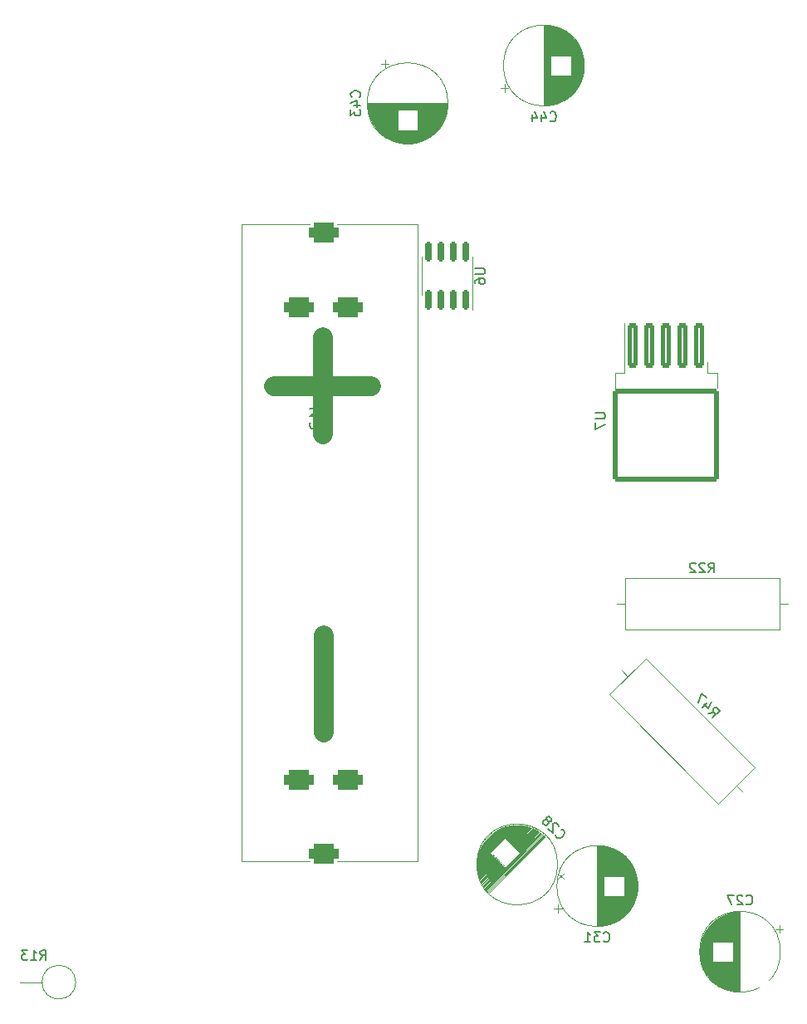
<source format=gbr>
%TF.GenerationSoftware,KiCad,Pcbnew,7.0.8*%
%TF.CreationDate,2023-10-31T22:16:14+02:00*%
%TF.ProjectId,Small_load_V1,536d616c-6c5f-46c6-9f61-645f56312e6b,rev?*%
%TF.SameCoordinates,Original*%
%TF.FileFunction,Legend,Bot*%
%TF.FilePolarity,Positive*%
%FSLAX46Y46*%
G04 Gerber Fmt 4.6, Leading zero omitted, Abs format (unit mm)*
G04 Created by KiCad (PCBNEW 7.0.8) date 2023-10-31 22:16:14*
%MOMM*%
%LPD*%
G01*
G04 APERTURE LIST*
G04 Aperture macros list*
%AMRoundRect*
0 Rectangle with rounded corners*
0 $1 Rounding radius*
0 $2 $3 $4 $5 $6 $7 $8 $9 X,Y pos of 4 corners*
0 Add a 4 corners polygon primitive as box body*
4,1,4,$2,$3,$4,$5,$6,$7,$8,$9,$2,$3,0*
0 Add four circle primitives for the rounded corners*
1,1,$1+$1,$2,$3*
1,1,$1+$1,$4,$5*
1,1,$1+$1,$6,$7*
1,1,$1+$1,$8,$9*
0 Add four rect primitives between the rounded corners*
20,1,$1+$1,$2,$3,$4,$5,0*
20,1,$1+$1,$4,$5,$6,$7,0*
20,1,$1+$1,$6,$7,$8,$9,0*
20,1,$1+$1,$8,$9,$2,$3,0*%
%AMHorizOval*
0 Thick line with rounded ends*
0 $1 width*
0 $2 $3 position (X,Y) of the first rounded end (center of the circle)*
0 $4 $5 position (X,Y) of the second rounded end (center of the circle)*
0 Add line between two ends*
20,1,$1,$2,$3,$4,$5,0*
0 Add two circle primitives to create the rounded ends*
1,1,$1,$2,$3*
1,1,$1,$4,$5*%
%AMRotRect*
0 Rectangle, with rotation*
0 The origin of the aperture is its center*
0 $1 length*
0 $2 width*
0 $3 Rotation angle, in degrees counterclockwise*
0 Add horizontal line*
21,1,$1,$2,0,0,$3*%
G04 Aperture macros list end*
%ADD10C,0.150000*%
%ADD11C,2.000000*%
%ADD12C,0.120000*%
%ADD13R,4.400000X1.800000*%
%ADD14O,4.000000X1.800000*%
%ADD15O,1.800000X4.000000*%
%ADD16R,1.524000X1.524000*%
%ADD17C,1.524000*%
%ADD18C,3.500000*%
%ADD19R,1.700000X1.700000*%
%ADD20O,1.700000X1.700000*%
%ADD21C,3.600000*%
%ADD22C,6.400000*%
%ADD23R,1.980000X3.960000*%
%ADD24O,1.980000X3.960000*%
%ADD25C,2.000000*%
%ADD26C,4.920000*%
%ADD27C,2.200000*%
%ADD28R,2.000000X1.905000*%
%ADD29O,2.000000X1.905000*%
%ADD30C,5.000000*%
%ADD31R,4.500000X2.500000*%
%ADD32O,4.500000X2.500000*%
%ADD33R,1.905000X2.000000*%
%ADD34O,1.905000X2.000000*%
%ADD35R,3.500000X3.000000*%
%ADD36C,0.600000*%
%ADD37O,1.900000X0.800000*%
%ADD38RoundRect,0.150000X0.150000X-0.825000X0.150000X0.825000X-0.150000X0.825000X-0.150000X-0.825000X0*%
%ADD39RoundRect,0.500000X1.000000X0.500000X-1.000000X0.500000X-1.000000X-0.500000X1.000000X-0.500000X0*%
%ADD40RoundRect,0.500000X-1.000000X-0.500000X1.000000X-0.500000X1.000000X0.500000X-1.000000X0.500000X0*%
%ADD41C,2.400000*%
%ADD42HorizOval,2.400000X0.000000X0.000000X0.000000X0.000000X0*%
%ADD43C,1.600000*%
%ADD44O,1.600000X1.600000*%
%ADD45RoundRect,0.250000X-0.300000X2.050000X-0.300000X-2.050000X0.300000X-2.050000X0.300000X2.050000X0*%
%ADD46RoundRect,0.250002X-5.149998X4.449998X-5.149998X-4.449998X5.149998X-4.449998X5.149998X4.449998X0*%
%ADD47RotRect,1.600000X1.600000X135.000000*%
%ADD48O,2.400000X2.400000*%
%ADD49R,1.600000X1.600000*%
G04 APERTURE END LIST*
D10*
X98954819Y-87238095D02*
X99764342Y-87238095D01*
X99764342Y-87238095D02*
X99859580Y-87285714D01*
X99859580Y-87285714D02*
X99907200Y-87333333D01*
X99907200Y-87333333D02*
X99954819Y-87428571D01*
X99954819Y-87428571D02*
X99954819Y-87619047D01*
X99954819Y-87619047D02*
X99907200Y-87714285D01*
X99907200Y-87714285D02*
X99859580Y-87761904D01*
X99859580Y-87761904D02*
X99764342Y-87809523D01*
X99764342Y-87809523D02*
X98954819Y-87809523D01*
X98954819Y-88714285D02*
X98954819Y-88523809D01*
X98954819Y-88523809D02*
X99002438Y-88428571D01*
X99002438Y-88428571D02*
X99050057Y-88380952D01*
X99050057Y-88380952D02*
X99192914Y-88285714D01*
X99192914Y-88285714D02*
X99383390Y-88238095D01*
X99383390Y-88238095D02*
X99764342Y-88238095D01*
X99764342Y-88238095D02*
X99859580Y-88285714D01*
X99859580Y-88285714D02*
X99907200Y-88333333D01*
X99907200Y-88333333D02*
X99954819Y-88428571D01*
X99954819Y-88428571D02*
X99954819Y-88619047D01*
X99954819Y-88619047D02*
X99907200Y-88714285D01*
X99907200Y-88714285D02*
X99859580Y-88761904D01*
X99859580Y-88761904D02*
X99764342Y-88809523D01*
X99764342Y-88809523D02*
X99526247Y-88809523D01*
X99526247Y-88809523D02*
X99431009Y-88761904D01*
X99431009Y-88761904D02*
X99383390Y-88714285D01*
X99383390Y-88714285D02*
X99335771Y-88619047D01*
X99335771Y-88619047D02*
X99335771Y-88428571D01*
X99335771Y-88428571D02*
X99383390Y-88333333D01*
X99383390Y-88333333D02*
X99431009Y-88285714D01*
X99431009Y-88285714D02*
X99526247Y-88238095D01*
X82073819Y-101566476D02*
X82788104Y-101566476D01*
X82788104Y-101566476D02*
X82930961Y-101518857D01*
X82930961Y-101518857D02*
X83026200Y-101423619D01*
X83026200Y-101423619D02*
X83073819Y-101280762D01*
X83073819Y-101280762D02*
X83073819Y-101185524D01*
X83073819Y-102566476D02*
X83073819Y-101995048D01*
X83073819Y-102280762D02*
X82073819Y-102280762D01*
X82073819Y-102280762D02*
X82216676Y-102185524D01*
X82216676Y-102185524D02*
X82311914Y-102090286D01*
X82311914Y-102090286D02*
X82359533Y-101995048D01*
X82169057Y-102947429D02*
X82121438Y-102995048D01*
X82121438Y-102995048D02*
X82073819Y-103090286D01*
X82073819Y-103090286D02*
X82073819Y-103328381D01*
X82073819Y-103328381D02*
X82121438Y-103423619D01*
X82121438Y-103423619D02*
X82169057Y-103471238D01*
X82169057Y-103471238D02*
X82264295Y-103518857D01*
X82264295Y-103518857D02*
X82359533Y-103518857D01*
X82359533Y-103518857D02*
X82502390Y-103471238D01*
X82502390Y-103471238D02*
X83073819Y-102899810D01*
X83073819Y-102899810D02*
X83073819Y-103518857D01*
D11*
X83528666Y-124601619D02*
X83528666Y-134506381D01*
X83401666Y-94248619D02*
X83401666Y-104153381D01*
X88354047Y-99201000D02*
X78449285Y-99201000D01*
D10*
X122742690Y-132616448D02*
X123315109Y-132515433D01*
X123146751Y-133020509D02*
X123853857Y-132313402D01*
X123853857Y-132313402D02*
X123584483Y-132044028D01*
X123584483Y-132044028D02*
X123483468Y-132010356D01*
X123483468Y-132010356D02*
X123416125Y-132010356D01*
X123416125Y-132010356D02*
X123315109Y-132044028D01*
X123315109Y-132044028D02*
X123214094Y-132145043D01*
X123214094Y-132145043D02*
X123180422Y-132246059D01*
X123180422Y-132246059D02*
X123180422Y-132313402D01*
X123180422Y-132313402D02*
X123214094Y-132414417D01*
X123214094Y-132414417D02*
X123483468Y-132683791D01*
X122608003Y-131538952D02*
X122136598Y-132010356D01*
X123045735Y-131437937D02*
X122709018Y-132111372D01*
X122709018Y-132111372D02*
X122271285Y-131673639D01*
X122540659Y-131000204D02*
X122069254Y-130528799D01*
X122069254Y-130528799D02*
X121665193Y-131538952D01*
X54592857Y-157734819D02*
X54926190Y-157258628D01*
X55164285Y-157734819D02*
X55164285Y-156734819D01*
X55164285Y-156734819D02*
X54783333Y-156734819D01*
X54783333Y-156734819D02*
X54688095Y-156782438D01*
X54688095Y-156782438D02*
X54640476Y-156830057D01*
X54640476Y-156830057D02*
X54592857Y-156925295D01*
X54592857Y-156925295D02*
X54592857Y-157068152D01*
X54592857Y-157068152D02*
X54640476Y-157163390D01*
X54640476Y-157163390D02*
X54688095Y-157211009D01*
X54688095Y-157211009D02*
X54783333Y-157258628D01*
X54783333Y-157258628D02*
X55164285Y-157258628D01*
X53640476Y-157734819D02*
X54211904Y-157734819D01*
X53926190Y-157734819D02*
X53926190Y-156734819D01*
X53926190Y-156734819D02*
X54021428Y-156877676D01*
X54021428Y-156877676D02*
X54116666Y-156972914D01*
X54116666Y-156972914D02*
X54211904Y-157020533D01*
X53307142Y-156734819D02*
X52688095Y-156734819D01*
X52688095Y-156734819D02*
X53021428Y-157115771D01*
X53021428Y-157115771D02*
X52878571Y-157115771D01*
X52878571Y-157115771D02*
X52783333Y-157163390D01*
X52783333Y-157163390D02*
X52735714Y-157211009D01*
X52735714Y-157211009D02*
X52688095Y-157306247D01*
X52688095Y-157306247D02*
X52688095Y-157544342D01*
X52688095Y-157544342D02*
X52735714Y-157639580D01*
X52735714Y-157639580D02*
X52783333Y-157687200D01*
X52783333Y-157687200D02*
X52878571Y-157734819D01*
X52878571Y-157734819D02*
X53164285Y-157734819D01*
X53164285Y-157734819D02*
X53259523Y-157687200D01*
X53259523Y-157687200D02*
X53307142Y-157639580D01*
X111204819Y-101988095D02*
X112014342Y-101988095D01*
X112014342Y-101988095D02*
X112109580Y-102035714D01*
X112109580Y-102035714D02*
X112157200Y-102083333D01*
X112157200Y-102083333D02*
X112204819Y-102178571D01*
X112204819Y-102178571D02*
X112204819Y-102369047D01*
X112204819Y-102369047D02*
X112157200Y-102464285D01*
X112157200Y-102464285D02*
X112109580Y-102511904D01*
X112109580Y-102511904D02*
X112014342Y-102559523D01*
X112014342Y-102559523D02*
X111204819Y-102559523D01*
X111204819Y-102940476D02*
X111204819Y-103607142D01*
X111204819Y-103607142D02*
X112204819Y-103178571D01*
X107142577Y-144996520D02*
X107142577Y-145063864D01*
X107142577Y-145063864D02*
X107209921Y-145198551D01*
X107209921Y-145198551D02*
X107277264Y-145265894D01*
X107277264Y-145265894D02*
X107411951Y-145333238D01*
X107411951Y-145333238D02*
X107546638Y-145333238D01*
X107546638Y-145333238D02*
X107647653Y-145299566D01*
X107647653Y-145299566D02*
X107816012Y-145198551D01*
X107816012Y-145198551D02*
X107917027Y-145097536D01*
X107917027Y-145097536D02*
X108018043Y-144929177D01*
X108018043Y-144929177D02*
X108051714Y-144828162D01*
X108051714Y-144828162D02*
X108051714Y-144693475D01*
X108051714Y-144693475D02*
X107984371Y-144558788D01*
X107984371Y-144558788D02*
X107917027Y-144491444D01*
X107917027Y-144491444D02*
X107782340Y-144424101D01*
X107782340Y-144424101D02*
X107714997Y-144424101D01*
X107445623Y-144154727D02*
X107445623Y-144087383D01*
X107445623Y-144087383D02*
X107411951Y-143986368D01*
X107411951Y-143986368D02*
X107243592Y-143818009D01*
X107243592Y-143818009D02*
X107142577Y-143784337D01*
X107142577Y-143784337D02*
X107075234Y-143784337D01*
X107075234Y-143784337D02*
X106974218Y-143818009D01*
X106974218Y-143818009D02*
X106906875Y-143885353D01*
X106906875Y-143885353D02*
X106839531Y-144020040D01*
X106839531Y-144020040D02*
X106839531Y-144828162D01*
X106839531Y-144828162D02*
X106401799Y-144390429D01*
X106401798Y-143582307D02*
X106502814Y-143615978D01*
X106502814Y-143615978D02*
X106570157Y-143615978D01*
X106570157Y-143615978D02*
X106671172Y-143582307D01*
X106671172Y-143582307D02*
X106704844Y-143548635D01*
X106704844Y-143548635D02*
X106738516Y-143447620D01*
X106738516Y-143447620D02*
X106738516Y-143380276D01*
X106738516Y-143380276D02*
X106704844Y-143279261D01*
X106704844Y-143279261D02*
X106570157Y-143144574D01*
X106570157Y-143144574D02*
X106469142Y-143110902D01*
X106469142Y-143110902D02*
X106401798Y-143110902D01*
X106401798Y-143110902D02*
X106300783Y-143144574D01*
X106300783Y-143144574D02*
X106267111Y-143178246D01*
X106267111Y-143178246D02*
X106233440Y-143279261D01*
X106233440Y-143279261D02*
X106233440Y-143346604D01*
X106233440Y-143346604D02*
X106267111Y-143447620D01*
X106267111Y-143447620D02*
X106401798Y-143582307D01*
X106401798Y-143582307D02*
X106435470Y-143683322D01*
X106435470Y-143683322D02*
X106435470Y-143750665D01*
X106435470Y-143750665D02*
X106401798Y-143851681D01*
X106401798Y-143851681D02*
X106267111Y-143986368D01*
X106267111Y-143986368D02*
X106166096Y-144020039D01*
X106166096Y-144020039D02*
X106098753Y-144020039D01*
X106098753Y-144020039D02*
X105997737Y-143986368D01*
X105997737Y-143986368D02*
X105863050Y-143851681D01*
X105863050Y-143851681D02*
X105829379Y-143750665D01*
X105829379Y-143750665D02*
X105829379Y-143683322D01*
X105829379Y-143683322D02*
X105863050Y-143582307D01*
X105863050Y-143582307D02*
X105997737Y-143447620D01*
X105997737Y-143447620D02*
X106098753Y-143413948D01*
X106098753Y-143413948D02*
X106166096Y-143413948D01*
X106166096Y-143413948D02*
X106267111Y-143447620D01*
X122742857Y-118234819D02*
X123076190Y-117758628D01*
X123314285Y-118234819D02*
X123314285Y-117234819D01*
X123314285Y-117234819D02*
X122933333Y-117234819D01*
X122933333Y-117234819D02*
X122838095Y-117282438D01*
X122838095Y-117282438D02*
X122790476Y-117330057D01*
X122790476Y-117330057D02*
X122742857Y-117425295D01*
X122742857Y-117425295D02*
X122742857Y-117568152D01*
X122742857Y-117568152D02*
X122790476Y-117663390D01*
X122790476Y-117663390D02*
X122838095Y-117711009D01*
X122838095Y-117711009D02*
X122933333Y-117758628D01*
X122933333Y-117758628D02*
X123314285Y-117758628D01*
X122361904Y-117330057D02*
X122314285Y-117282438D01*
X122314285Y-117282438D02*
X122219047Y-117234819D01*
X122219047Y-117234819D02*
X121980952Y-117234819D01*
X121980952Y-117234819D02*
X121885714Y-117282438D01*
X121885714Y-117282438D02*
X121838095Y-117330057D01*
X121838095Y-117330057D02*
X121790476Y-117425295D01*
X121790476Y-117425295D02*
X121790476Y-117520533D01*
X121790476Y-117520533D02*
X121838095Y-117663390D01*
X121838095Y-117663390D02*
X122409523Y-118234819D01*
X122409523Y-118234819D02*
X121790476Y-118234819D01*
X121409523Y-117330057D02*
X121361904Y-117282438D01*
X121361904Y-117282438D02*
X121266666Y-117234819D01*
X121266666Y-117234819D02*
X121028571Y-117234819D01*
X121028571Y-117234819D02*
X120933333Y-117282438D01*
X120933333Y-117282438D02*
X120885714Y-117330057D01*
X120885714Y-117330057D02*
X120838095Y-117425295D01*
X120838095Y-117425295D02*
X120838095Y-117520533D01*
X120838095Y-117520533D02*
X120885714Y-117663390D01*
X120885714Y-117663390D02*
X121457142Y-118234819D01*
X121457142Y-118234819D02*
X120838095Y-118234819D01*
X126595508Y-152009580D02*
X126643127Y-152057200D01*
X126643127Y-152057200D02*
X126785984Y-152104819D01*
X126785984Y-152104819D02*
X126881222Y-152104819D01*
X126881222Y-152104819D02*
X127024079Y-152057200D01*
X127024079Y-152057200D02*
X127119317Y-151961961D01*
X127119317Y-151961961D02*
X127166936Y-151866723D01*
X127166936Y-151866723D02*
X127214555Y-151676247D01*
X127214555Y-151676247D02*
X127214555Y-151533390D01*
X127214555Y-151533390D02*
X127166936Y-151342914D01*
X127166936Y-151342914D02*
X127119317Y-151247676D01*
X127119317Y-151247676D02*
X127024079Y-151152438D01*
X127024079Y-151152438D02*
X126881222Y-151104819D01*
X126881222Y-151104819D02*
X126785984Y-151104819D01*
X126785984Y-151104819D02*
X126643127Y-151152438D01*
X126643127Y-151152438D02*
X126595508Y-151200057D01*
X126214555Y-151200057D02*
X126166936Y-151152438D01*
X126166936Y-151152438D02*
X126071698Y-151104819D01*
X126071698Y-151104819D02*
X125833603Y-151104819D01*
X125833603Y-151104819D02*
X125738365Y-151152438D01*
X125738365Y-151152438D02*
X125690746Y-151200057D01*
X125690746Y-151200057D02*
X125643127Y-151295295D01*
X125643127Y-151295295D02*
X125643127Y-151390533D01*
X125643127Y-151390533D02*
X125690746Y-151533390D01*
X125690746Y-151533390D02*
X126262174Y-152104819D01*
X126262174Y-152104819D02*
X125643127Y-152104819D01*
X125309793Y-151104819D02*
X124643127Y-151104819D01*
X124643127Y-151104819D02*
X125071698Y-152104819D01*
X112040206Y-155809580D02*
X112087825Y-155857200D01*
X112087825Y-155857200D02*
X112230682Y-155904819D01*
X112230682Y-155904819D02*
X112325920Y-155904819D01*
X112325920Y-155904819D02*
X112468777Y-155857200D01*
X112468777Y-155857200D02*
X112564015Y-155761961D01*
X112564015Y-155761961D02*
X112611634Y-155666723D01*
X112611634Y-155666723D02*
X112659253Y-155476247D01*
X112659253Y-155476247D02*
X112659253Y-155333390D01*
X112659253Y-155333390D02*
X112611634Y-155142914D01*
X112611634Y-155142914D02*
X112564015Y-155047676D01*
X112564015Y-155047676D02*
X112468777Y-154952438D01*
X112468777Y-154952438D02*
X112325920Y-154904819D01*
X112325920Y-154904819D02*
X112230682Y-154904819D01*
X112230682Y-154904819D02*
X112087825Y-154952438D01*
X112087825Y-154952438D02*
X112040206Y-155000057D01*
X111706872Y-154904819D02*
X111087825Y-154904819D01*
X111087825Y-154904819D02*
X111421158Y-155285771D01*
X111421158Y-155285771D02*
X111278301Y-155285771D01*
X111278301Y-155285771D02*
X111183063Y-155333390D01*
X111183063Y-155333390D02*
X111135444Y-155381009D01*
X111135444Y-155381009D02*
X111087825Y-155476247D01*
X111087825Y-155476247D02*
X111087825Y-155714342D01*
X111087825Y-155714342D02*
X111135444Y-155809580D01*
X111135444Y-155809580D02*
X111183063Y-155857200D01*
X111183063Y-155857200D02*
X111278301Y-155904819D01*
X111278301Y-155904819D02*
X111564015Y-155904819D01*
X111564015Y-155904819D02*
X111659253Y-155857200D01*
X111659253Y-155857200D02*
X111706872Y-155809580D01*
X110135444Y-155904819D02*
X110706872Y-155904819D01*
X110421158Y-155904819D02*
X110421158Y-154904819D01*
X110421158Y-154904819D02*
X110516396Y-155047676D01*
X110516396Y-155047676D02*
X110611634Y-155142914D01*
X110611634Y-155142914D02*
X110706872Y-155190533D01*
X106590206Y-72159580D02*
X106637825Y-72207200D01*
X106637825Y-72207200D02*
X106780682Y-72254819D01*
X106780682Y-72254819D02*
X106875920Y-72254819D01*
X106875920Y-72254819D02*
X107018777Y-72207200D01*
X107018777Y-72207200D02*
X107114015Y-72111961D01*
X107114015Y-72111961D02*
X107161634Y-72016723D01*
X107161634Y-72016723D02*
X107209253Y-71826247D01*
X107209253Y-71826247D02*
X107209253Y-71683390D01*
X107209253Y-71683390D02*
X107161634Y-71492914D01*
X107161634Y-71492914D02*
X107114015Y-71397676D01*
X107114015Y-71397676D02*
X107018777Y-71302438D01*
X107018777Y-71302438D02*
X106875920Y-71254819D01*
X106875920Y-71254819D02*
X106780682Y-71254819D01*
X106780682Y-71254819D02*
X106637825Y-71302438D01*
X106637825Y-71302438D02*
X106590206Y-71350057D01*
X105733063Y-71588152D02*
X105733063Y-72254819D01*
X105971158Y-71207200D02*
X106209253Y-71921485D01*
X106209253Y-71921485D02*
X105590206Y-71921485D01*
X104780682Y-71588152D02*
X104780682Y-72254819D01*
X105018777Y-71207200D02*
X105256872Y-71921485D01*
X105256872Y-71921485D02*
X104637825Y-71921485D01*
X87159580Y-69754491D02*
X87207200Y-69706872D01*
X87207200Y-69706872D02*
X87254819Y-69564015D01*
X87254819Y-69564015D02*
X87254819Y-69468777D01*
X87254819Y-69468777D02*
X87207200Y-69325920D01*
X87207200Y-69325920D02*
X87111961Y-69230682D01*
X87111961Y-69230682D02*
X87016723Y-69183063D01*
X87016723Y-69183063D02*
X86826247Y-69135444D01*
X86826247Y-69135444D02*
X86683390Y-69135444D01*
X86683390Y-69135444D02*
X86492914Y-69183063D01*
X86492914Y-69183063D02*
X86397676Y-69230682D01*
X86397676Y-69230682D02*
X86302438Y-69325920D01*
X86302438Y-69325920D02*
X86254819Y-69468777D01*
X86254819Y-69468777D02*
X86254819Y-69564015D01*
X86254819Y-69564015D02*
X86302438Y-69706872D01*
X86302438Y-69706872D02*
X86350057Y-69754491D01*
X86588152Y-70611634D02*
X87254819Y-70611634D01*
X86207200Y-70373539D02*
X86921485Y-70135444D01*
X86921485Y-70135444D02*
X86921485Y-70754491D01*
X86254819Y-71040206D02*
X86254819Y-71659253D01*
X86254819Y-71659253D02*
X86635771Y-71325920D01*
X86635771Y-71325920D02*
X86635771Y-71468777D01*
X86635771Y-71468777D02*
X86683390Y-71564015D01*
X86683390Y-71564015D02*
X86731009Y-71611634D01*
X86731009Y-71611634D02*
X86826247Y-71659253D01*
X86826247Y-71659253D02*
X87064342Y-71659253D01*
X87064342Y-71659253D02*
X87159580Y-71611634D01*
X87159580Y-71611634D02*
X87207200Y-71564015D01*
X87207200Y-71564015D02*
X87254819Y-71468777D01*
X87254819Y-71468777D02*
X87254819Y-71183063D01*
X87254819Y-71183063D02*
X87207200Y-71087825D01*
X87207200Y-71087825D02*
X87159580Y-71040206D01*
D12*
%TO.C,U6*%
X93540000Y-88000000D02*
X93540000Y-89950000D01*
X93540000Y-88000000D02*
X93540000Y-86050000D01*
X98660000Y-88000000D02*
X98660000Y-91450000D01*
X98660000Y-88000000D02*
X98660000Y-86050000D01*
%TO.C,J12*%
X75112000Y-82703000D02*
X93112000Y-82703000D01*
X93112000Y-82703000D02*
X93112000Y-147703000D01*
X93112000Y-147703000D02*
X75112000Y-147703000D01*
X75112000Y-147703000D02*
X75112000Y-82703000D01*
%TO.C,R47*%
X126215971Y-140565971D02*
X125614930Y-139964930D01*
X123762311Y-141817550D02*
X112632450Y-130687690D01*
X127467550Y-138112311D02*
X123762311Y-141817550D01*
X112632450Y-130687690D02*
X116337690Y-126982450D01*
X116337690Y-126982450D02*
X127467550Y-138112311D01*
X113884029Y-128234029D02*
X114485070Y-128835070D01*
%TO.C,R13*%
X54770000Y-160000000D02*
X52510000Y-160000000D01*
X58210000Y-160000000D02*
G75*
G03*
X58210000Y-160000000I-1720000J0D01*
G01*
%TO.C,U7*%
X123600000Y-97925000D02*
X122650000Y-97925000D01*
X122650000Y-97925000D02*
X122650000Y-96825000D01*
X114150000Y-97925000D02*
X114150000Y-92800000D01*
X113200000Y-97925000D02*
X114150000Y-97925000D01*
X123600000Y-99425000D02*
X123600000Y-97925000D01*
X113200000Y-99425000D02*
X113200000Y-97925000D01*
%TO.C,C28*%
X107985040Y-149481175D02*
X107419354Y-148915490D01*
X107985040Y-148915490D02*
X107419354Y-149481175D01*
X106114956Y-145115004D02*
X100344964Y-150884996D01*
X106086672Y-145086720D02*
X100316680Y-150856712D01*
X106058387Y-145058436D02*
X100288396Y-150828427D01*
X106029396Y-145030859D02*
X100260819Y-150799436D01*
X105999697Y-145003989D02*
X100233949Y-150769737D01*
X105970706Y-144976412D02*
X100206372Y-150740746D01*
X105941008Y-144949541D02*
X100179501Y-150711048D01*
X105910602Y-144923379D02*
X100153339Y-150680642D01*
X105880196Y-144897216D02*
X100127176Y-150650236D01*
X105849791Y-144871053D02*
X100101013Y-150619831D01*
X105818678Y-144845597D02*
X100075557Y-150588718D01*
X105787565Y-144820141D02*
X100050101Y-150557605D01*
X105755746Y-144795392D02*
X100025352Y-150525786D01*
X105724633Y-144769936D02*
X99999896Y-150494673D01*
X105692106Y-144745895D02*
X99975855Y-150462146D01*
X105660286Y-144721146D02*
X99951106Y-150430326D01*
X105627052Y-144697811D02*
X99927771Y-150397092D01*
X105594525Y-144673770D02*
X99903730Y-150364565D01*
X101984745Y-148225567D02*
X99879688Y-150330624D01*
X105560584Y-144649728D02*
X103455527Y-146754785D01*
X101956461Y-148197283D02*
X99856354Y-150297390D01*
X105527350Y-144626394D02*
X103427243Y-146726501D01*
X101928177Y-148168999D02*
X99833726Y-150263449D01*
X105493409Y-144603766D02*
X103398959Y-146698217D01*
X101899892Y-148140714D02*
X99811099Y-150229508D01*
X105459468Y-144581139D02*
X103370674Y-146669932D01*
X101871608Y-148112430D02*
X99789179Y-150194860D01*
X105424820Y-144559219D02*
X103342390Y-146641648D01*
X101843324Y-148084146D02*
X99767258Y-150160211D01*
X105390171Y-144537298D02*
X103314106Y-146613364D01*
X101815039Y-148055862D02*
X99745338Y-150125563D01*
X105355523Y-144515378D02*
X103285822Y-146585079D01*
X101786755Y-148027577D02*
X99724125Y-150090208D01*
X105320168Y-144494165D02*
X103257537Y-146556795D01*
X101758471Y-147999293D02*
X99702912Y-150054852D01*
X105284812Y-144472952D02*
X103229253Y-146528511D01*
X101730187Y-147971009D02*
X99682405Y-150018790D01*
X105248750Y-144452445D02*
X103200969Y-146500227D01*
X101701902Y-147942724D02*
X99661899Y-149982728D01*
X105212688Y-144431939D02*
X103172684Y-146471942D01*
X101673618Y-147914440D02*
X99641393Y-149946665D01*
X105176625Y-144411433D02*
X103144400Y-146443658D01*
X101645334Y-147886156D02*
X99621594Y-149909896D01*
X105139856Y-144391634D02*
X103116116Y-146415374D01*
X101617050Y-147857872D02*
X99602502Y-149872419D01*
X105102379Y-144372542D02*
X103087832Y-146387090D01*
X101588765Y-147829587D02*
X99582703Y-149835649D01*
X105065609Y-144352743D02*
X103059547Y-146358805D01*
X101560481Y-147801303D02*
X99564319Y-149797466D01*
X105027426Y-144334359D02*
X103031263Y-146330521D01*
X101532197Y-147773019D02*
X99545227Y-149759989D01*
X104989949Y-144315267D02*
X103002979Y-146302237D01*
X101503912Y-147744735D02*
X99527549Y-149721098D01*
X104951058Y-144297589D02*
X102974695Y-146273952D01*
X101475628Y-147716450D02*
X99509164Y-149682914D01*
X104912874Y-144279204D02*
X102946410Y-146245668D01*
X101447344Y-147688166D02*
X99492194Y-149643316D01*
X104873276Y-144262234D02*
X102918126Y-146217384D01*
X101419060Y-147659882D02*
X99474516Y-149604425D01*
X104834385Y-144244556D02*
X102889842Y-146189100D01*
X101390775Y-147631597D02*
X99457545Y-149564827D01*
X104794787Y-144227585D02*
X102861557Y-146160815D01*
X101362491Y-147603313D02*
X99441282Y-149524522D01*
X104754482Y-144211322D02*
X102833273Y-146132531D01*
X101334207Y-147575029D02*
X99425019Y-149484217D01*
X104714177Y-144195059D02*
X102804989Y-146104247D01*
X101305923Y-147546745D02*
X99409462Y-149443205D01*
X104673165Y-144179502D02*
X102776705Y-146075963D01*
X101277638Y-147518460D02*
X99393906Y-149402193D01*
X104632153Y-144163946D02*
X102748420Y-146047678D01*
X101249354Y-147490176D02*
X99378349Y-149361181D01*
X104591141Y-144148389D02*
X102720136Y-146019394D01*
X101221070Y-147461892D02*
X99364207Y-149318754D01*
X104548714Y-144134247D02*
X102691852Y-145991110D01*
X101192785Y-147433608D02*
X99349358Y-149277035D01*
X104506995Y-144119398D02*
X102663568Y-145962825D01*
X101164501Y-147405323D02*
X99335216Y-149234609D01*
X104464569Y-144105256D02*
X102635283Y-145934541D01*
X101136217Y-147377039D02*
X99321781Y-149191475D01*
X104421435Y-144091821D02*
X102606999Y-145906257D01*
X101107933Y-147348755D02*
X99309053Y-149147634D01*
X104377594Y-144079093D02*
X102578715Y-145877973D01*
X101079648Y-147320471D02*
X99296325Y-149103794D01*
X104333754Y-144066365D02*
X102550431Y-145849688D01*
X101051364Y-147292186D02*
X99283597Y-149059953D01*
X104289913Y-144053637D02*
X102522146Y-145821404D01*
X101023080Y-147263902D02*
X99271576Y-149015405D01*
X104245365Y-144041616D02*
X102493862Y-145793120D01*
X100994796Y-147235618D02*
X99260263Y-148970151D01*
X104200111Y-144030303D02*
X102465578Y-145764836D01*
X100966511Y-147207333D02*
X99248949Y-148924896D01*
X104154856Y-144018989D02*
X102437293Y-145736551D01*
X100938227Y-147179049D02*
X99238342Y-148878934D01*
X104108894Y-144008382D02*
X102409009Y-145708267D01*
X100909943Y-147150765D02*
X99228443Y-148832265D01*
X104062225Y-143998483D02*
X102380725Y-145679983D01*
X100881659Y-147122481D02*
X99218543Y-148785596D01*
X104015556Y-143988583D02*
X102352441Y-145651699D01*
X100853374Y-147094196D02*
X99209351Y-148738220D01*
X103968180Y-143979391D02*
X102324156Y-145623414D01*
X100825090Y-147065912D02*
X99200159Y-148690843D01*
X103920803Y-143970199D02*
X102295872Y-145595130D01*
X100796806Y-147037628D02*
X99192380Y-148642053D01*
X103872013Y-143962420D02*
X102267588Y-145566846D01*
X100768521Y-147009344D02*
X99184602Y-148593263D01*
X103823223Y-143954642D02*
X102239304Y-145538561D01*
X100740237Y-146981059D02*
X99177531Y-148543765D01*
X103773725Y-143947571D02*
X102211019Y-145510277D01*
X100711953Y-146952775D02*
X99170460Y-148494268D01*
X103724228Y-143940500D02*
X102182735Y-145481993D01*
X100683669Y-146924491D02*
X99164096Y-148444063D01*
X103674023Y-143934136D02*
X102154451Y-145453709D01*
X100655384Y-146896206D02*
X99159146Y-148392444D01*
X103622404Y-143929186D02*
X102126166Y-145425424D01*
X100627100Y-146867922D02*
X99153490Y-148341533D01*
X103571493Y-143923530D02*
X102097882Y-145397140D01*
X100598816Y-146839638D02*
X99149247Y-148289207D01*
X103519167Y-143919287D02*
X102069598Y-145368856D01*
X100570532Y-146811354D02*
X99145711Y-148236174D01*
X103466134Y-143915751D02*
X102041314Y-145340572D01*
X100542247Y-146783069D02*
X99142883Y-148182434D01*
X103412394Y-143912923D02*
X102013029Y-145312287D01*
X103358654Y-143910095D02*
X99140055Y-148128694D01*
X103303499Y-143908680D02*
X99138640Y-148073539D01*
X103248345Y-143907266D02*
X99137226Y-148018385D01*
X103191776Y-143907266D02*
X99137226Y-147961816D01*
X103134501Y-143907973D02*
X99137933Y-147904541D01*
X103076518Y-143909387D02*
X99139347Y-147846558D01*
X103017828Y-143911509D02*
X99141469Y-147787868D01*
X102958431Y-143914337D02*
X99144297Y-147728471D01*
X102897620Y-143918580D02*
X99148540Y-147667660D01*
X102836102Y-143923530D02*
X99153490Y-147606142D01*
X102773876Y-143929186D02*
X99159146Y-147543916D01*
X102709530Y-143936965D02*
X99166925Y-147479570D01*
X102645183Y-143944743D02*
X99174703Y-147415223D01*
X102578715Y-143954642D02*
X99184602Y-147348755D01*
X102511540Y-143965249D02*
X99195209Y-147281580D01*
X102442243Y-143977977D02*
X99207937Y-147212283D01*
X102372240Y-143991412D02*
X99221372Y-147142280D01*
X102300115Y-144006968D02*
X99236928Y-147070155D01*
X102226576Y-144023939D02*
X99253899Y-146996616D01*
X102150208Y-144043738D02*
X99273698Y-146920248D01*
X102072426Y-144064951D02*
X99294911Y-146842466D01*
X101991816Y-144088993D02*
X99318953Y-146761856D01*
X101909085Y-144115155D02*
X99345115Y-146679125D01*
X101822818Y-144144854D02*
X99374814Y-146592858D01*
X101733722Y-144177381D02*
X99407341Y-146503762D01*
X101639677Y-144214858D02*
X99444818Y-146409717D01*
X101541389Y-144256577D02*
X99486537Y-146311429D01*
X101437444Y-144303953D02*
X99533913Y-146207484D01*
X101326429Y-144358400D02*
X99588360Y-146096469D01*
X101205513Y-144422747D02*
X99652707Y-145975553D01*
X101071163Y-144500529D02*
X99730489Y-145841203D01*
X100915600Y-144599524D02*
X99829484Y-145685640D01*
X100721145Y-144737409D02*
X99967369Y-145491185D01*
X107349960Y-148000000D02*
G75*
G03*
X107349960Y-148000000I-4120000J0D01*
G01*
%TO.C,R22*%
X130820000Y-121400000D02*
X129970000Y-121400000D01*
X129970000Y-124020000D02*
X114230000Y-124020000D01*
X129970000Y-118780000D02*
X129970000Y-124020000D01*
X114230000Y-124020000D02*
X114230000Y-118780000D01*
X114230000Y-118780000D02*
X129970000Y-118780000D01*
X113380000Y-121400000D02*
X114230000Y-121400000D01*
%TO.C,C27*%
X130362349Y-154585000D02*
X129562349Y-154585000D01*
X129962349Y-154185000D02*
X129962349Y-154985000D01*
X125952651Y-152820000D02*
X125952651Y-160980000D01*
X125912651Y-152820000D02*
X125912651Y-160980000D01*
X125872651Y-152820000D02*
X125872651Y-160980000D01*
X125832651Y-152821000D02*
X125832651Y-160979000D01*
X125792651Y-152823000D02*
X125792651Y-160977000D01*
X125752651Y-152824000D02*
X125752651Y-160976000D01*
X125712651Y-152826000D02*
X125712651Y-160974000D01*
X125672651Y-152829000D02*
X125672651Y-160971000D01*
X125632651Y-152832000D02*
X125632651Y-160968000D01*
X125592651Y-152835000D02*
X125592651Y-160965000D01*
X125552651Y-152839000D02*
X125552651Y-160961000D01*
X125512651Y-152843000D02*
X125512651Y-160957000D01*
X125472651Y-152848000D02*
X125472651Y-160952000D01*
X125432651Y-152852000D02*
X125432651Y-160948000D01*
X125392651Y-152858000D02*
X125392651Y-160942000D01*
X125352651Y-152863000D02*
X125352651Y-160937000D01*
X125312651Y-152870000D02*
X125312651Y-160930000D01*
X125272651Y-152876000D02*
X125272651Y-160924000D01*
X125231651Y-157940000D02*
X125231651Y-160917000D01*
X125231651Y-152883000D02*
X125231651Y-155860000D01*
X125191651Y-157940000D02*
X125191651Y-160910000D01*
X125191651Y-152890000D02*
X125191651Y-155860000D01*
X125151651Y-157940000D02*
X125151651Y-160902000D01*
X125151651Y-152898000D02*
X125151651Y-155860000D01*
X125111651Y-157940000D02*
X125111651Y-160894000D01*
X125111651Y-152906000D02*
X125111651Y-155860000D01*
X125071651Y-157940000D02*
X125071651Y-160885000D01*
X125071651Y-152915000D02*
X125071651Y-155860000D01*
X125031651Y-157940000D02*
X125031651Y-160876000D01*
X125031651Y-152924000D02*
X125031651Y-155860000D01*
X124991651Y-157940000D02*
X124991651Y-160867000D01*
X124991651Y-152933000D02*
X124991651Y-155860000D01*
X124951651Y-157940000D02*
X124951651Y-160857000D01*
X124951651Y-152943000D02*
X124951651Y-155860000D01*
X124911651Y-157940000D02*
X124911651Y-160847000D01*
X124911651Y-152953000D02*
X124911651Y-155860000D01*
X124871651Y-157940000D02*
X124871651Y-160836000D01*
X124871651Y-152964000D02*
X124871651Y-155860000D01*
X124831651Y-157940000D02*
X124831651Y-160825000D01*
X124831651Y-152975000D02*
X124831651Y-155860000D01*
X124791651Y-157940000D02*
X124791651Y-160814000D01*
X124791651Y-152986000D02*
X124791651Y-155860000D01*
X124751651Y-157940000D02*
X124751651Y-160802000D01*
X124751651Y-152998000D02*
X124751651Y-155860000D01*
X124711651Y-157940000D02*
X124711651Y-160789000D01*
X124711651Y-153011000D02*
X124711651Y-155860000D01*
X124671651Y-157940000D02*
X124671651Y-160777000D01*
X124671651Y-153023000D02*
X124671651Y-155860000D01*
X124631651Y-157940000D02*
X124631651Y-160763000D01*
X124631651Y-153037000D02*
X124631651Y-155860000D01*
X124591651Y-157940000D02*
X124591651Y-160750000D01*
X124591651Y-153050000D02*
X124591651Y-155860000D01*
X124551651Y-157940000D02*
X124551651Y-160735000D01*
X124551651Y-153065000D02*
X124551651Y-155860000D01*
X124511651Y-157940000D02*
X124511651Y-160721000D01*
X124511651Y-153079000D02*
X124511651Y-155860000D01*
X124471651Y-157940000D02*
X124471651Y-160705000D01*
X124471651Y-153095000D02*
X124471651Y-155860000D01*
X124431651Y-157940000D02*
X124431651Y-160690000D01*
X124431651Y-153110000D02*
X124431651Y-155860000D01*
X124391651Y-157940000D02*
X124391651Y-160674000D01*
X124391651Y-153126000D02*
X124391651Y-155860000D01*
X124351651Y-157940000D02*
X124351651Y-160657000D01*
X124351651Y-153143000D02*
X124351651Y-155860000D01*
X124311651Y-157940000D02*
X124311651Y-160640000D01*
X124311651Y-153160000D02*
X124311651Y-155860000D01*
X124271651Y-157940000D02*
X124271651Y-160622000D01*
X124271651Y-153178000D02*
X124271651Y-155860000D01*
X124231651Y-157940000D02*
X124231651Y-160604000D01*
X124231651Y-153196000D02*
X124231651Y-155860000D01*
X124191651Y-157940000D02*
X124191651Y-160586000D01*
X124191651Y-153214000D02*
X124191651Y-155860000D01*
X124151651Y-157940000D02*
X124151651Y-160566000D01*
X124151651Y-153234000D02*
X124151651Y-155860000D01*
X124111651Y-157940000D02*
X124111651Y-160547000D01*
X124111651Y-153253000D02*
X124111651Y-155860000D01*
X124071651Y-157940000D02*
X124071651Y-160527000D01*
X124071651Y-153273000D02*
X124071651Y-155860000D01*
X124031651Y-157940000D02*
X124031651Y-160506000D01*
X124031651Y-153294000D02*
X124031651Y-155860000D01*
X123991651Y-157940000D02*
X123991651Y-160484000D01*
X123991651Y-153316000D02*
X123991651Y-155860000D01*
X123951651Y-157940000D02*
X123951651Y-160462000D01*
X123951651Y-153338000D02*
X123951651Y-155860000D01*
X123911651Y-157940000D02*
X123911651Y-160440000D01*
X123911651Y-153360000D02*
X123911651Y-155860000D01*
X123871651Y-157940000D02*
X123871651Y-160417000D01*
X123871651Y-153383000D02*
X123871651Y-155860000D01*
X123831651Y-157940000D02*
X123831651Y-160393000D01*
X123831651Y-153407000D02*
X123831651Y-155860000D01*
X123791651Y-157940000D02*
X123791651Y-160369000D01*
X123791651Y-153431000D02*
X123791651Y-155860000D01*
X123751651Y-157940000D02*
X123751651Y-160344000D01*
X123751651Y-153456000D02*
X123751651Y-155860000D01*
X123711651Y-157940000D02*
X123711651Y-160318000D01*
X123711651Y-153482000D02*
X123711651Y-155860000D01*
X123671651Y-157940000D02*
X123671651Y-160292000D01*
X123671651Y-153508000D02*
X123671651Y-155860000D01*
X123631651Y-157940000D02*
X123631651Y-160265000D01*
X123631651Y-153535000D02*
X123631651Y-155860000D01*
X123591651Y-157940000D02*
X123591651Y-160238000D01*
X123591651Y-153562000D02*
X123591651Y-155860000D01*
X123551651Y-157940000D02*
X123551651Y-160209000D01*
X123551651Y-153591000D02*
X123551651Y-155860000D01*
X123511651Y-157940000D02*
X123511651Y-160180000D01*
X123511651Y-153620000D02*
X123511651Y-155860000D01*
X123471651Y-157940000D02*
X123471651Y-160150000D01*
X123471651Y-153650000D02*
X123471651Y-155860000D01*
X123431651Y-157940000D02*
X123431651Y-160120000D01*
X123431651Y-153680000D02*
X123431651Y-155860000D01*
X123391651Y-157940000D02*
X123391651Y-160089000D01*
X123391651Y-153711000D02*
X123391651Y-155860000D01*
X123351651Y-157940000D02*
X123351651Y-160056000D01*
X123351651Y-153744000D02*
X123351651Y-155860000D01*
X123311651Y-157940000D02*
X123311651Y-160024000D01*
X123311651Y-153776000D02*
X123311651Y-155860000D01*
X123271651Y-157940000D02*
X123271651Y-159990000D01*
X123271651Y-153810000D02*
X123271651Y-155860000D01*
X123231651Y-157940000D02*
X123231651Y-159955000D01*
X123231651Y-153845000D02*
X123231651Y-155860000D01*
X123191651Y-157940000D02*
X123191651Y-159919000D01*
X123191651Y-153881000D02*
X123191651Y-155860000D01*
X123151651Y-153917000D02*
X123151651Y-159883000D01*
X123111651Y-153955000D02*
X123111651Y-159845000D01*
X123071651Y-153993000D02*
X123071651Y-159807000D01*
X123031651Y-154033000D02*
X123031651Y-159767000D01*
X122991651Y-154074000D02*
X122991651Y-159726000D01*
X122951651Y-154116000D02*
X122951651Y-159684000D01*
X122911651Y-154159000D02*
X122911651Y-159641000D01*
X122871651Y-154203000D02*
X122871651Y-159597000D01*
X122831651Y-154249000D02*
X122831651Y-159551000D01*
X122791651Y-154296000D02*
X122791651Y-159504000D01*
X122751651Y-154344000D02*
X122751651Y-159456000D01*
X122711651Y-154395000D02*
X122711651Y-159405000D01*
X122671651Y-154446000D02*
X122671651Y-159354000D01*
X122631651Y-154500000D02*
X122631651Y-159300000D01*
X122591651Y-154555000D02*
X122591651Y-159245000D01*
X122551651Y-154613000D02*
X122551651Y-159187000D01*
X122511651Y-154672000D02*
X122511651Y-159128000D01*
X122471651Y-154734000D02*
X122471651Y-159066000D01*
X122431651Y-154798000D02*
X122431651Y-159002000D01*
X122391651Y-154866000D02*
X122391651Y-158934000D01*
X122351651Y-154936000D02*
X122351651Y-158864000D01*
X122311651Y-155010000D02*
X122311651Y-158790000D01*
X122271651Y-155087000D02*
X122271651Y-158713000D01*
X122231651Y-155169000D02*
X122231651Y-158631000D01*
X122191651Y-155255000D02*
X122191651Y-158545000D01*
X122151651Y-155348000D02*
X122151651Y-158452000D01*
X122111651Y-155447000D02*
X122111651Y-158353000D01*
X122071651Y-155554000D02*
X122071651Y-158246000D01*
X122031651Y-155671000D02*
X122031651Y-158129000D01*
X121991651Y-155802000D02*
X121991651Y-157998000D01*
X121951651Y-155952000D02*
X121951651Y-157848000D01*
X121911651Y-156132000D02*
X121911651Y-157668000D01*
X121871651Y-156367000D02*
X121871651Y-157433000D01*
X130072651Y-156900000D02*
G75*
G03*
X130072651Y-156900000I-4120000J0D01*
G01*
%TO.C,C31*%
X106987651Y-152515000D02*
X107787651Y-152515000D01*
X107387651Y-152915000D02*
X107387651Y-152115000D01*
X111397349Y-154280000D02*
X111397349Y-146120000D01*
X111437349Y-154280000D02*
X111437349Y-146120000D01*
X111477349Y-154280000D02*
X111477349Y-146120000D01*
X111517349Y-154279000D02*
X111517349Y-146121000D01*
X111557349Y-154277000D02*
X111557349Y-146123000D01*
X111597349Y-154276000D02*
X111597349Y-146124000D01*
X111637349Y-154274000D02*
X111637349Y-146126000D01*
X111677349Y-154271000D02*
X111677349Y-146129000D01*
X111717349Y-154268000D02*
X111717349Y-146132000D01*
X111757349Y-154265000D02*
X111757349Y-146135000D01*
X111797349Y-154261000D02*
X111797349Y-146139000D01*
X111837349Y-154257000D02*
X111837349Y-146143000D01*
X111877349Y-154252000D02*
X111877349Y-146148000D01*
X111917349Y-154248000D02*
X111917349Y-146152000D01*
X111957349Y-154242000D02*
X111957349Y-146158000D01*
X111997349Y-154237000D02*
X111997349Y-146163000D01*
X112037349Y-154230000D02*
X112037349Y-146170000D01*
X112077349Y-154224000D02*
X112077349Y-146176000D01*
X112118349Y-149160000D02*
X112118349Y-146183000D01*
X112118349Y-154217000D02*
X112118349Y-151240000D01*
X112158349Y-149160000D02*
X112158349Y-146190000D01*
X112158349Y-154210000D02*
X112158349Y-151240000D01*
X112198349Y-149160000D02*
X112198349Y-146198000D01*
X112198349Y-154202000D02*
X112198349Y-151240000D01*
X112238349Y-149160000D02*
X112238349Y-146206000D01*
X112238349Y-154194000D02*
X112238349Y-151240000D01*
X112278349Y-149160000D02*
X112278349Y-146215000D01*
X112278349Y-154185000D02*
X112278349Y-151240000D01*
X112318349Y-149160000D02*
X112318349Y-146224000D01*
X112318349Y-154176000D02*
X112318349Y-151240000D01*
X112358349Y-149160000D02*
X112358349Y-146233000D01*
X112358349Y-154167000D02*
X112358349Y-151240000D01*
X112398349Y-149160000D02*
X112398349Y-146243000D01*
X112398349Y-154157000D02*
X112398349Y-151240000D01*
X112438349Y-149160000D02*
X112438349Y-146253000D01*
X112438349Y-154147000D02*
X112438349Y-151240000D01*
X112478349Y-149160000D02*
X112478349Y-146264000D01*
X112478349Y-154136000D02*
X112478349Y-151240000D01*
X112518349Y-149160000D02*
X112518349Y-146275000D01*
X112518349Y-154125000D02*
X112518349Y-151240000D01*
X112558349Y-149160000D02*
X112558349Y-146286000D01*
X112558349Y-154114000D02*
X112558349Y-151240000D01*
X112598349Y-149160000D02*
X112598349Y-146298000D01*
X112598349Y-154102000D02*
X112598349Y-151240000D01*
X112638349Y-149160000D02*
X112638349Y-146311000D01*
X112638349Y-154089000D02*
X112638349Y-151240000D01*
X112678349Y-149160000D02*
X112678349Y-146323000D01*
X112678349Y-154077000D02*
X112678349Y-151240000D01*
X112718349Y-149160000D02*
X112718349Y-146337000D01*
X112718349Y-154063000D02*
X112718349Y-151240000D01*
X112758349Y-149160000D02*
X112758349Y-146350000D01*
X112758349Y-154050000D02*
X112758349Y-151240000D01*
X112798349Y-149160000D02*
X112798349Y-146365000D01*
X112798349Y-154035000D02*
X112798349Y-151240000D01*
X112838349Y-149160000D02*
X112838349Y-146379000D01*
X112838349Y-154021000D02*
X112838349Y-151240000D01*
X112878349Y-149160000D02*
X112878349Y-146395000D01*
X112878349Y-154005000D02*
X112878349Y-151240000D01*
X112918349Y-149160000D02*
X112918349Y-146410000D01*
X112918349Y-153990000D02*
X112918349Y-151240000D01*
X112958349Y-149160000D02*
X112958349Y-146426000D01*
X112958349Y-153974000D02*
X112958349Y-151240000D01*
X112998349Y-149160000D02*
X112998349Y-146443000D01*
X112998349Y-153957000D02*
X112998349Y-151240000D01*
X113038349Y-149160000D02*
X113038349Y-146460000D01*
X113038349Y-153940000D02*
X113038349Y-151240000D01*
X113078349Y-149160000D02*
X113078349Y-146478000D01*
X113078349Y-153922000D02*
X113078349Y-151240000D01*
X113118349Y-149160000D02*
X113118349Y-146496000D01*
X113118349Y-153904000D02*
X113118349Y-151240000D01*
X113158349Y-149160000D02*
X113158349Y-146514000D01*
X113158349Y-153886000D02*
X113158349Y-151240000D01*
X113198349Y-149160000D02*
X113198349Y-146534000D01*
X113198349Y-153866000D02*
X113198349Y-151240000D01*
X113238349Y-149160000D02*
X113238349Y-146553000D01*
X113238349Y-153847000D02*
X113238349Y-151240000D01*
X113278349Y-149160000D02*
X113278349Y-146573000D01*
X113278349Y-153827000D02*
X113278349Y-151240000D01*
X113318349Y-149160000D02*
X113318349Y-146594000D01*
X113318349Y-153806000D02*
X113318349Y-151240000D01*
X113358349Y-149160000D02*
X113358349Y-146616000D01*
X113358349Y-153784000D02*
X113358349Y-151240000D01*
X113398349Y-149160000D02*
X113398349Y-146638000D01*
X113398349Y-153762000D02*
X113398349Y-151240000D01*
X113438349Y-149160000D02*
X113438349Y-146660000D01*
X113438349Y-153740000D02*
X113438349Y-151240000D01*
X113478349Y-149160000D02*
X113478349Y-146683000D01*
X113478349Y-153717000D02*
X113478349Y-151240000D01*
X113518349Y-149160000D02*
X113518349Y-146707000D01*
X113518349Y-153693000D02*
X113518349Y-151240000D01*
X113558349Y-149160000D02*
X113558349Y-146731000D01*
X113558349Y-153669000D02*
X113558349Y-151240000D01*
X113598349Y-149160000D02*
X113598349Y-146756000D01*
X113598349Y-153644000D02*
X113598349Y-151240000D01*
X113638349Y-149160000D02*
X113638349Y-146782000D01*
X113638349Y-153618000D02*
X113638349Y-151240000D01*
X113678349Y-149160000D02*
X113678349Y-146808000D01*
X113678349Y-153592000D02*
X113678349Y-151240000D01*
X113718349Y-149160000D02*
X113718349Y-146835000D01*
X113718349Y-153565000D02*
X113718349Y-151240000D01*
X113758349Y-149160000D02*
X113758349Y-146862000D01*
X113758349Y-153538000D02*
X113758349Y-151240000D01*
X113798349Y-149160000D02*
X113798349Y-146891000D01*
X113798349Y-153509000D02*
X113798349Y-151240000D01*
X113838349Y-149160000D02*
X113838349Y-146920000D01*
X113838349Y-153480000D02*
X113838349Y-151240000D01*
X113878349Y-149160000D02*
X113878349Y-146950000D01*
X113878349Y-153450000D02*
X113878349Y-151240000D01*
X113918349Y-149160000D02*
X113918349Y-146980000D01*
X113918349Y-153420000D02*
X113918349Y-151240000D01*
X113958349Y-149160000D02*
X113958349Y-147011000D01*
X113958349Y-153389000D02*
X113958349Y-151240000D01*
X113998349Y-149160000D02*
X113998349Y-147044000D01*
X113998349Y-153356000D02*
X113998349Y-151240000D01*
X114038349Y-149160000D02*
X114038349Y-147076000D01*
X114038349Y-153324000D02*
X114038349Y-151240000D01*
X114078349Y-149160000D02*
X114078349Y-147110000D01*
X114078349Y-153290000D02*
X114078349Y-151240000D01*
X114118349Y-149160000D02*
X114118349Y-147145000D01*
X114118349Y-153255000D02*
X114118349Y-151240000D01*
X114158349Y-149160000D02*
X114158349Y-147181000D01*
X114158349Y-153219000D02*
X114158349Y-151240000D01*
X114198349Y-153183000D02*
X114198349Y-147217000D01*
X114238349Y-153145000D02*
X114238349Y-147255000D01*
X114278349Y-153107000D02*
X114278349Y-147293000D01*
X114318349Y-153067000D02*
X114318349Y-147333000D01*
X114358349Y-153026000D02*
X114358349Y-147374000D01*
X114398349Y-152984000D02*
X114398349Y-147416000D01*
X114438349Y-152941000D02*
X114438349Y-147459000D01*
X114478349Y-152897000D02*
X114478349Y-147503000D01*
X114518349Y-152851000D02*
X114518349Y-147549000D01*
X114558349Y-152804000D02*
X114558349Y-147596000D01*
X114598349Y-152756000D02*
X114598349Y-147644000D01*
X114638349Y-152705000D02*
X114638349Y-147695000D01*
X114678349Y-152654000D02*
X114678349Y-147746000D01*
X114718349Y-152600000D02*
X114718349Y-147800000D01*
X114758349Y-152545000D02*
X114758349Y-147855000D01*
X114798349Y-152487000D02*
X114798349Y-147913000D01*
X114838349Y-152428000D02*
X114838349Y-147972000D01*
X114878349Y-152366000D02*
X114878349Y-148034000D01*
X114918349Y-152302000D02*
X114918349Y-148098000D01*
X114958349Y-152234000D02*
X114958349Y-148166000D01*
X114998349Y-152164000D02*
X114998349Y-148236000D01*
X115038349Y-152090000D02*
X115038349Y-148310000D01*
X115078349Y-152013000D02*
X115078349Y-148387000D01*
X115118349Y-151931000D02*
X115118349Y-148469000D01*
X115158349Y-151845000D02*
X115158349Y-148555000D01*
X115198349Y-151752000D02*
X115198349Y-148648000D01*
X115238349Y-151653000D02*
X115238349Y-148747000D01*
X115278349Y-151546000D02*
X115278349Y-148854000D01*
X115318349Y-151429000D02*
X115318349Y-148971000D01*
X115358349Y-151298000D02*
X115358349Y-149102000D01*
X115398349Y-151148000D02*
X115398349Y-149252000D01*
X115438349Y-150968000D02*
X115438349Y-149432000D01*
X115478349Y-150733000D02*
X115478349Y-149667000D01*
X115517349Y-150200000D02*
G75*
G03*
X115517349Y-150200000I-4120000J0D01*
G01*
%TO.C,C44*%
X101537651Y-68865000D02*
X102337651Y-68865000D01*
X101937651Y-69265000D02*
X101937651Y-68465000D01*
X105947349Y-70630000D02*
X105947349Y-62470000D01*
X105987349Y-70630000D02*
X105987349Y-62470000D01*
X106027349Y-70630000D02*
X106027349Y-62470000D01*
X106067349Y-70629000D02*
X106067349Y-62471000D01*
X106107349Y-70627000D02*
X106107349Y-62473000D01*
X106147349Y-70626000D02*
X106147349Y-62474000D01*
X106187349Y-70624000D02*
X106187349Y-62476000D01*
X106227349Y-70621000D02*
X106227349Y-62479000D01*
X106267349Y-70618000D02*
X106267349Y-62482000D01*
X106307349Y-70615000D02*
X106307349Y-62485000D01*
X106347349Y-70611000D02*
X106347349Y-62489000D01*
X106387349Y-70607000D02*
X106387349Y-62493000D01*
X106427349Y-70602000D02*
X106427349Y-62498000D01*
X106467349Y-70598000D02*
X106467349Y-62502000D01*
X106507349Y-70592000D02*
X106507349Y-62508000D01*
X106547349Y-70587000D02*
X106547349Y-62513000D01*
X106587349Y-70580000D02*
X106587349Y-62520000D01*
X106627349Y-70574000D02*
X106627349Y-62526000D01*
X106668349Y-65510000D02*
X106668349Y-62533000D01*
X106668349Y-70567000D02*
X106668349Y-67590000D01*
X106708349Y-65510000D02*
X106708349Y-62540000D01*
X106708349Y-70560000D02*
X106708349Y-67590000D01*
X106748349Y-65510000D02*
X106748349Y-62548000D01*
X106748349Y-70552000D02*
X106748349Y-67590000D01*
X106788349Y-65510000D02*
X106788349Y-62556000D01*
X106788349Y-70544000D02*
X106788349Y-67590000D01*
X106828349Y-65510000D02*
X106828349Y-62565000D01*
X106828349Y-70535000D02*
X106828349Y-67590000D01*
X106868349Y-65510000D02*
X106868349Y-62574000D01*
X106868349Y-70526000D02*
X106868349Y-67590000D01*
X106908349Y-65510000D02*
X106908349Y-62583000D01*
X106908349Y-70517000D02*
X106908349Y-67590000D01*
X106948349Y-65510000D02*
X106948349Y-62593000D01*
X106948349Y-70507000D02*
X106948349Y-67590000D01*
X106988349Y-65510000D02*
X106988349Y-62603000D01*
X106988349Y-70497000D02*
X106988349Y-67590000D01*
X107028349Y-65510000D02*
X107028349Y-62614000D01*
X107028349Y-70486000D02*
X107028349Y-67590000D01*
X107068349Y-65510000D02*
X107068349Y-62625000D01*
X107068349Y-70475000D02*
X107068349Y-67590000D01*
X107108349Y-65510000D02*
X107108349Y-62636000D01*
X107108349Y-70464000D02*
X107108349Y-67590000D01*
X107148349Y-65510000D02*
X107148349Y-62648000D01*
X107148349Y-70452000D02*
X107148349Y-67590000D01*
X107188349Y-65510000D02*
X107188349Y-62661000D01*
X107188349Y-70439000D02*
X107188349Y-67590000D01*
X107228349Y-65510000D02*
X107228349Y-62673000D01*
X107228349Y-70427000D02*
X107228349Y-67590000D01*
X107268349Y-65510000D02*
X107268349Y-62687000D01*
X107268349Y-70413000D02*
X107268349Y-67590000D01*
X107308349Y-65510000D02*
X107308349Y-62700000D01*
X107308349Y-70400000D02*
X107308349Y-67590000D01*
X107348349Y-65510000D02*
X107348349Y-62715000D01*
X107348349Y-70385000D02*
X107348349Y-67590000D01*
X107388349Y-65510000D02*
X107388349Y-62729000D01*
X107388349Y-70371000D02*
X107388349Y-67590000D01*
X107428349Y-65510000D02*
X107428349Y-62745000D01*
X107428349Y-70355000D02*
X107428349Y-67590000D01*
X107468349Y-65510000D02*
X107468349Y-62760000D01*
X107468349Y-70340000D02*
X107468349Y-67590000D01*
X107508349Y-65510000D02*
X107508349Y-62776000D01*
X107508349Y-70324000D02*
X107508349Y-67590000D01*
X107548349Y-65510000D02*
X107548349Y-62793000D01*
X107548349Y-70307000D02*
X107548349Y-67590000D01*
X107588349Y-65510000D02*
X107588349Y-62810000D01*
X107588349Y-70290000D02*
X107588349Y-67590000D01*
X107628349Y-65510000D02*
X107628349Y-62828000D01*
X107628349Y-70272000D02*
X107628349Y-67590000D01*
X107668349Y-65510000D02*
X107668349Y-62846000D01*
X107668349Y-70254000D02*
X107668349Y-67590000D01*
X107708349Y-65510000D02*
X107708349Y-62864000D01*
X107708349Y-70236000D02*
X107708349Y-67590000D01*
X107748349Y-65510000D02*
X107748349Y-62884000D01*
X107748349Y-70216000D02*
X107748349Y-67590000D01*
X107788349Y-65510000D02*
X107788349Y-62903000D01*
X107788349Y-70197000D02*
X107788349Y-67590000D01*
X107828349Y-65510000D02*
X107828349Y-62923000D01*
X107828349Y-70177000D02*
X107828349Y-67590000D01*
X107868349Y-65510000D02*
X107868349Y-62944000D01*
X107868349Y-70156000D02*
X107868349Y-67590000D01*
X107908349Y-65510000D02*
X107908349Y-62966000D01*
X107908349Y-70134000D02*
X107908349Y-67590000D01*
X107948349Y-65510000D02*
X107948349Y-62988000D01*
X107948349Y-70112000D02*
X107948349Y-67590000D01*
X107988349Y-65510000D02*
X107988349Y-63010000D01*
X107988349Y-70090000D02*
X107988349Y-67590000D01*
X108028349Y-65510000D02*
X108028349Y-63033000D01*
X108028349Y-70067000D02*
X108028349Y-67590000D01*
X108068349Y-65510000D02*
X108068349Y-63057000D01*
X108068349Y-70043000D02*
X108068349Y-67590000D01*
X108108349Y-65510000D02*
X108108349Y-63081000D01*
X108108349Y-70019000D02*
X108108349Y-67590000D01*
X108148349Y-65510000D02*
X108148349Y-63106000D01*
X108148349Y-69994000D02*
X108148349Y-67590000D01*
X108188349Y-65510000D02*
X108188349Y-63132000D01*
X108188349Y-69968000D02*
X108188349Y-67590000D01*
X108228349Y-65510000D02*
X108228349Y-63158000D01*
X108228349Y-69942000D02*
X108228349Y-67590000D01*
X108268349Y-65510000D02*
X108268349Y-63185000D01*
X108268349Y-69915000D02*
X108268349Y-67590000D01*
X108308349Y-65510000D02*
X108308349Y-63212000D01*
X108308349Y-69888000D02*
X108308349Y-67590000D01*
X108348349Y-65510000D02*
X108348349Y-63241000D01*
X108348349Y-69859000D02*
X108348349Y-67590000D01*
X108388349Y-65510000D02*
X108388349Y-63270000D01*
X108388349Y-69830000D02*
X108388349Y-67590000D01*
X108428349Y-65510000D02*
X108428349Y-63300000D01*
X108428349Y-69800000D02*
X108428349Y-67590000D01*
X108468349Y-65510000D02*
X108468349Y-63330000D01*
X108468349Y-69770000D02*
X108468349Y-67590000D01*
X108508349Y-65510000D02*
X108508349Y-63361000D01*
X108508349Y-69739000D02*
X108508349Y-67590000D01*
X108548349Y-65510000D02*
X108548349Y-63394000D01*
X108548349Y-69706000D02*
X108548349Y-67590000D01*
X108588349Y-65510000D02*
X108588349Y-63426000D01*
X108588349Y-69674000D02*
X108588349Y-67590000D01*
X108628349Y-65510000D02*
X108628349Y-63460000D01*
X108628349Y-69640000D02*
X108628349Y-67590000D01*
X108668349Y-65510000D02*
X108668349Y-63495000D01*
X108668349Y-69605000D02*
X108668349Y-67590000D01*
X108708349Y-65510000D02*
X108708349Y-63531000D01*
X108708349Y-69569000D02*
X108708349Y-67590000D01*
X108748349Y-69533000D02*
X108748349Y-63567000D01*
X108788349Y-69495000D02*
X108788349Y-63605000D01*
X108828349Y-69457000D02*
X108828349Y-63643000D01*
X108868349Y-69417000D02*
X108868349Y-63683000D01*
X108908349Y-69376000D02*
X108908349Y-63724000D01*
X108948349Y-69334000D02*
X108948349Y-63766000D01*
X108988349Y-69291000D02*
X108988349Y-63809000D01*
X109028349Y-69247000D02*
X109028349Y-63853000D01*
X109068349Y-69201000D02*
X109068349Y-63899000D01*
X109108349Y-69154000D02*
X109108349Y-63946000D01*
X109148349Y-69106000D02*
X109148349Y-63994000D01*
X109188349Y-69055000D02*
X109188349Y-64045000D01*
X109228349Y-69004000D02*
X109228349Y-64096000D01*
X109268349Y-68950000D02*
X109268349Y-64150000D01*
X109308349Y-68895000D02*
X109308349Y-64205000D01*
X109348349Y-68837000D02*
X109348349Y-64263000D01*
X109388349Y-68778000D02*
X109388349Y-64322000D01*
X109428349Y-68716000D02*
X109428349Y-64384000D01*
X109468349Y-68652000D02*
X109468349Y-64448000D01*
X109508349Y-68584000D02*
X109508349Y-64516000D01*
X109548349Y-68514000D02*
X109548349Y-64586000D01*
X109588349Y-68440000D02*
X109588349Y-64660000D01*
X109628349Y-68363000D02*
X109628349Y-64737000D01*
X109668349Y-68281000D02*
X109668349Y-64819000D01*
X109708349Y-68195000D02*
X109708349Y-64905000D01*
X109748349Y-68102000D02*
X109748349Y-64998000D01*
X109788349Y-68003000D02*
X109788349Y-65097000D01*
X109828349Y-67896000D02*
X109828349Y-65204000D01*
X109868349Y-67779000D02*
X109868349Y-65321000D01*
X109908349Y-67648000D02*
X109908349Y-65452000D01*
X109948349Y-67498000D02*
X109948349Y-65602000D01*
X109988349Y-67318000D02*
X109988349Y-65782000D01*
X110028349Y-67083000D02*
X110028349Y-66017000D01*
X110067349Y-66550000D02*
G75*
G03*
X110067349Y-66550000I-4120000J0D01*
G01*
%TO.C,C43*%
X89735000Y-65987651D02*
X89735000Y-66787651D01*
X89335000Y-66387651D02*
X90135000Y-66387651D01*
X87970000Y-70397349D02*
X96130000Y-70397349D01*
X87970000Y-70437349D02*
X96130000Y-70437349D01*
X87970000Y-70477349D02*
X96130000Y-70477349D01*
X87971000Y-70517349D02*
X96129000Y-70517349D01*
X87973000Y-70557349D02*
X96127000Y-70557349D01*
X87974000Y-70597349D02*
X96126000Y-70597349D01*
X87976000Y-70637349D02*
X96124000Y-70637349D01*
X87979000Y-70677349D02*
X96121000Y-70677349D01*
X87982000Y-70717349D02*
X96118000Y-70717349D01*
X87985000Y-70757349D02*
X96115000Y-70757349D01*
X87989000Y-70797349D02*
X96111000Y-70797349D01*
X87993000Y-70837349D02*
X96107000Y-70837349D01*
X87998000Y-70877349D02*
X96102000Y-70877349D01*
X88002000Y-70917349D02*
X96098000Y-70917349D01*
X88008000Y-70957349D02*
X96092000Y-70957349D01*
X88013000Y-70997349D02*
X96087000Y-70997349D01*
X88020000Y-71037349D02*
X96080000Y-71037349D01*
X88026000Y-71077349D02*
X96074000Y-71077349D01*
X93090000Y-71118349D02*
X96067000Y-71118349D01*
X88033000Y-71118349D02*
X91010000Y-71118349D01*
X93090000Y-71158349D02*
X96060000Y-71158349D01*
X88040000Y-71158349D02*
X91010000Y-71158349D01*
X93090000Y-71198349D02*
X96052000Y-71198349D01*
X88048000Y-71198349D02*
X91010000Y-71198349D01*
X93090000Y-71238349D02*
X96044000Y-71238349D01*
X88056000Y-71238349D02*
X91010000Y-71238349D01*
X93090000Y-71278349D02*
X96035000Y-71278349D01*
X88065000Y-71278349D02*
X91010000Y-71278349D01*
X93090000Y-71318349D02*
X96026000Y-71318349D01*
X88074000Y-71318349D02*
X91010000Y-71318349D01*
X93090000Y-71358349D02*
X96017000Y-71358349D01*
X88083000Y-71358349D02*
X91010000Y-71358349D01*
X93090000Y-71398349D02*
X96007000Y-71398349D01*
X88093000Y-71398349D02*
X91010000Y-71398349D01*
X93090000Y-71438349D02*
X95997000Y-71438349D01*
X88103000Y-71438349D02*
X91010000Y-71438349D01*
X93090000Y-71478349D02*
X95986000Y-71478349D01*
X88114000Y-71478349D02*
X91010000Y-71478349D01*
X93090000Y-71518349D02*
X95975000Y-71518349D01*
X88125000Y-71518349D02*
X91010000Y-71518349D01*
X93090000Y-71558349D02*
X95964000Y-71558349D01*
X88136000Y-71558349D02*
X91010000Y-71558349D01*
X93090000Y-71598349D02*
X95952000Y-71598349D01*
X88148000Y-71598349D02*
X91010000Y-71598349D01*
X93090000Y-71638349D02*
X95939000Y-71638349D01*
X88161000Y-71638349D02*
X91010000Y-71638349D01*
X93090000Y-71678349D02*
X95927000Y-71678349D01*
X88173000Y-71678349D02*
X91010000Y-71678349D01*
X93090000Y-71718349D02*
X95913000Y-71718349D01*
X88187000Y-71718349D02*
X91010000Y-71718349D01*
X93090000Y-71758349D02*
X95900000Y-71758349D01*
X88200000Y-71758349D02*
X91010000Y-71758349D01*
X93090000Y-71798349D02*
X95885000Y-71798349D01*
X88215000Y-71798349D02*
X91010000Y-71798349D01*
X93090000Y-71838349D02*
X95871000Y-71838349D01*
X88229000Y-71838349D02*
X91010000Y-71838349D01*
X93090000Y-71878349D02*
X95855000Y-71878349D01*
X88245000Y-71878349D02*
X91010000Y-71878349D01*
X93090000Y-71918349D02*
X95840000Y-71918349D01*
X88260000Y-71918349D02*
X91010000Y-71918349D01*
X93090000Y-71958349D02*
X95824000Y-71958349D01*
X88276000Y-71958349D02*
X91010000Y-71958349D01*
X93090000Y-71998349D02*
X95807000Y-71998349D01*
X88293000Y-71998349D02*
X91010000Y-71998349D01*
X93090000Y-72038349D02*
X95790000Y-72038349D01*
X88310000Y-72038349D02*
X91010000Y-72038349D01*
X93090000Y-72078349D02*
X95772000Y-72078349D01*
X88328000Y-72078349D02*
X91010000Y-72078349D01*
X93090000Y-72118349D02*
X95754000Y-72118349D01*
X88346000Y-72118349D02*
X91010000Y-72118349D01*
X93090000Y-72158349D02*
X95736000Y-72158349D01*
X88364000Y-72158349D02*
X91010000Y-72158349D01*
X93090000Y-72198349D02*
X95716000Y-72198349D01*
X88384000Y-72198349D02*
X91010000Y-72198349D01*
X93090000Y-72238349D02*
X95697000Y-72238349D01*
X88403000Y-72238349D02*
X91010000Y-72238349D01*
X93090000Y-72278349D02*
X95677000Y-72278349D01*
X88423000Y-72278349D02*
X91010000Y-72278349D01*
X93090000Y-72318349D02*
X95656000Y-72318349D01*
X88444000Y-72318349D02*
X91010000Y-72318349D01*
X93090000Y-72358349D02*
X95634000Y-72358349D01*
X88466000Y-72358349D02*
X91010000Y-72358349D01*
X93090000Y-72398349D02*
X95612000Y-72398349D01*
X88488000Y-72398349D02*
X91010000Y-72398349D01*
X93090000Y-72438349D02*
X95590000Y-72438349D01*
X88510000Y-72438349D02*
X91010000Y-72438349D01*
X93090000Y-72478349D02*
X95567000Y-72478349D01*
X88533000Y-72478349D02*
X91010000Y-72478349D01*
X93090000Y-72518349D02*
X95543000Y-72518349D01*
X88557000Y-72518349D02*
X91010000Y-72518349D01*
X93090000Y-72558349D02*
X95519000Y-72558349D01*
X88581000Y-72558349D02*
X91010000Y-72558349D01*
X93090000Y-72598349D02*
X95494000Y-72598349D01*
X88606000Y-72598349D02*
X91010000Y-72598349D01*
X93090000Y-72638349D02*
X95468000Y-72638349D01*
X88632000Y-72638349D02*
X91010000Y-72638349D01*
X93090000Y-72678349D02*
X95442000Y-72678349D01*
X88658000Y-72678349D02*
X91010000Y-72678349D01*
X93090000Y-72718349D02*
X95415000Y-72718349D01*
X88685000Y-72718349D02*
X91010000Y-72718349D01*
X93090000Y-72758349D02*
X95388000Y-72758349D01*
X88712000Y-72758349D02*
X91010000Y-72758349D01*
X93090000Y-72798349D02*
X95359000Y-72798349D01*
X88741000Y-72798349D02*
X91010000Y-72798349D01*
X93090000Y-72838349D02*
X95330000Y-72838349D01*
X88770000Y-72838349D02*
X91010000Y-72838349D01*
X93090000Y-72878349D02*
X95300000Y-72878349D01*
X88800000Y-72878349D02*
X91010000Y-72878349D01*
X93090000Y-72918349D02*
X95270000Y-72918349D01*
X88830000Y-72918349D02*
X91010000Y-72918349D01*
X93090000Y-72958349D02*
X95239000Y-72958349D01*
X88861000Y-72958349D02*
X91010000Y-72958349D01*
X93090000Y-72998349D02*
X95206000Y-72998349D01*
X88894000Y-72998349D02*
X91010000Y-72998349D01*
X93090000Y-73038349D02*
X95174000Y-73038349D01*
X88926000Y-73038349D02*
X91010000Y-73038349D01*
X93090000Y-73078349D02*
X95140000Y-73078349D01*
X88960000Y-73078349D02*
X91010000Y-73078349D01*
X93090000Y-73118349D02*
X95105000Y-73118349D01*
X88995000Y-73118349D02*
X91010000Y-73118349D01*
X93090000Y-73158349D02*
X95069000Y-73158349D01*
X89031000Y-73158349D02*
X91010000Y-73158349D01*
X89067000Y-73198349D02*
X95033000Y-73198349D01*
X89105000Y-73238349D02*
X94995000Y-73238349D01*
X89143000Y-73278349D02*
X94957000Y-73278349D01*
X89183000Y-73318349D02*
X94917000Y-73318349D01*
X89224000Y-73358349D02*
X94876000Y-73358349D01*
X89266000Y-73398349D02*
X94834000Y-73398349D01*
X89309000Y-73438349D02*
X94791000Y-73438349D01*
X89353000Y-73478349D02*
X94747000Y-73478349D01*
X89399000Y-73518349D02*
X94701000Y-73518349D01*
X89446000Y-73558349D02*
X94654000Y-73558349D01*
X89494000Y-73598349D02*
X94606000Y-73598349D01*
X89545000Y-73638349D02*
X94555000Y-73638349D01*
X89596000Y-73678349D02*
X94504000Y-73678349D01*
X89650000Y-73718349D02*
X94450000Y-73718349D01*
X89705000Y-73758349D02*
X94395000Y-73758349D01*
X89763000Y-73798349D02*
X94337000Y-73798349D01*
X89822000Y-73838349D02*
X94278000Y-73838349D01*
X89884000Y-73878349D02*
X94216000Y-73878349D01*
X89948000Y-73918349D02*
X94152000Y-73918349D01*
X90016000Y-73958349D02*
X94084000Y-73958349D01*
X90086000Y-73998349D02*
X94014000Y-73998349D01*
X90160000Y-74038349D02*
X93940000Y-74038349D01*
X90237000Y-74078349D02*
X93863000Y-74078349D01*
X90319000Y-74118349D02*
X93781000Y-74118349D01*
X90405000Y-74158349D02*
X93695000Y-74158349D01*
X90498000Y-74198349D02*
X93602000Y-74198349D01*
X90597000Y-74238349D02*
X93503000Y-74238349D01*
X90704000Y-74278349D02*
X93396000Y-74278349D01*
X90821000Y-74318349D02*
X93279000Y-74318349D01*
X90952000Y-74358349D02*
X93148000Y-74358349D01*
X91102000Y-74398349D02*
X92998000Y-74398349D01*
X91282000Y-74438349D02*
X92818000Y-74438349D01*
X91517000Y-74478349D02*
X92583000Y-74478349D01*
X96170000Y-70397349D02*
G75*
G03*
X96170000Y-70397349I-4120000J0D01*
G01*
%TD*%
%LPC*%
D13*
%TO.C,J3*%
X105650000Y-59650000D03*
D14*
X105650000Y-53850000D03*
D15*
X100850000Y-56650000D03*
%TD*%
D16*
%TO.C,J1*%
X57827500Y-92200000D03*
D17*
X57827500Y-94700000D03*
X57827500Y-96700000D03*
X57827500Y-99200000D03*
D18*
X55117500Y-89130000D03*
X55117500Y-102270000D03*
%TD*%
D19*
%TO.C,J15*%
X103300000Y-135025000D03*
D20*
X103300000Y-137565000D03*
%TD*%
D21*
%TO.C,H1*%
X55000000Y-55000000D03*
D22*
X55000000Y-55000000D03*
%TD*%
D23*
%TO.C,J16*%
X78250000Y-166850000D03*
D24*
X83250000Y-166850000D03*
%TD*%
D25*
%TO.C,SW3*%
X61450000Y-63200000D03*
X61450000Y-68200000D03*
X61450000Y-65700000D03*
D26*
X68950000Y-60100000D03*
X68950000Y-71300000D03*
D27*
X75950000Y-63200000D03*
X75950000Y-68200000D03*
%TD*%
D28*
%TO.C,Q8*%
X131205000Y-90060000D03*
D29*
X131205000Y-92600000D03*
X131205000Y-95140000D03*
%TD*%
D30*
%TO.C,U12*%
X53150000Y-153850000D03*
X84150000Y-153850000D03*
X53150000Y-77850000D03*
X84150000Y-77850000D03*
%TD*%
D23*
%TO.C,J7*%
X126635000Y-54200000D03*
D24*
X131635000Y-54200000D03*
%TD*%
D31*
%TO.C,Q10*%
X132277500Y-106480000D03*
D32*
X132277500Y-111930000D03*
X132277500Y-117380000D03*
%TD*%
D23*
%TO.C,J8*%
X116100000Y-166450000D03*
D24*
X121100000Y-166450000D03*
%TD*%
D21*
%TO.C,H4*%
X55000000Y-166000000D03*
D22*
X55000000Y-166000000D03*
%TD*%
D13*
%TO.C,J4*%
X130200000Y-160700000D03*
D14*
X130200000Y-166500000D03*
D15*
X135000000Y-163700000D03*
%TD*%
D31*
%TO.C,Q3*%
X132317500Y-130800000D03*
D32*
X132317500Y-136250000D03*
X132317500Y-141700000D03*
%TD*%
D33*
%TO.C,U18*%
X107790000Y-85005000D03*
D34*
X105250000Y-85005000D03*
X102710000Y-85005000D03*
%TD*%
D23*
%TO.C,J11*%
X115735000Y-69050000D03*
D24*
X120735000Y-69050000D03*
%TD*%
D35*
%TO.C,HS1*%
X138217500Y-154700000D03*
X148217500Y-154700000D03*
X138217500Y-61700000D03*
X148217500Y-61700000D03*
%TD*%
D23*
%TO.C,J5*%
X101030000Y-167000000D03*
D24*
X96030000Y-167000000D03*
%TD*%
D21*
%TO.C,H3*%
X146000000Y-166000000D03*
D22*
X146000000Y-166000000D03*
%TD*%
D23*
%TO.C,J6*%
X94650000Y-53950000D03*
D24*
X89650000Y-53950000D03*
%TD*%
D36*
%TO.C,J14*%
X53400000Y-147830000D03*
X54300000Y-147830000D03*
X55200000Y-147830000D03*
X56100000Y-147830000D03*
X57000000Y-147830000D03*
X57900000Y-147830000D03*
X58800000Y-147830000D03*
X58350000Y-148610000D03*
X57450000Y-148610000D03*
X56550000Y-148610000D03*
X55650000Y-148610000D03*
X54750000Y-148610000D03*
X53850000Y-148610000D03*
X52950000Y-148610000D03*
D37*
X58350000Y-146790000D03*
X53400000Y-146790000D03*
X58350000Y-149650000D03*
X53400000Y-149650000D03*
%TD*%
D19*
%TO.C,J13*%
X101975000Y-93700000D03*
D20*
X99435000Y-93700000D03*
%TD*%
D19*
%TO.C,J9*%
X108550000Y-78360000D03*
D20*
X108550000Y-80900000D03*
%TD*%
D19*
%TO.C,J2*%
X60250000Y-158700000D03*
D20*
X62790000Y-158700000D03*
X65330000Y-158700000D03*
X67870000Y-158700000D03*
X70410000Y-158700000D03*
X72950000Y-158700000D03*
%TD*%
D13*
%TO.C,J10*%
X117950000Y-59550000D03*
D14*
X117950000Y-53750000D03*
D15*
X113150000Y-56550000D03*
%TD*%
D21*
%TO.C,H2*%
X146000000Y-55000000D03*
D22*
X146000000Y-55000000D03*
%TD*%
D38*
%TO.C,U6*%
X98005000Y-90475000D03*
X96735000Y-90475000D03*
X95465000Y-90475000D03*
X94195000Y-90475000D03*
X94195000Y-85525000D03*
X95465000Y-85525000D03*
X96735000Y-85525000D03*
X98005000Y-85525000D03*
%TD*%
D39*
%TO.C,J12*%
X83500000Y-83600000D03*
X86000000Y-91200000D03*
X81000000Y-91200000D03*
D40*
X86000000Y-139333000D03*
X81000000Y-139333000D03*
X83500000Y-146933000D03*
%TD*%
D41*
%TO.C,R47*%
X127234205Y-141584205D03*
D42*
X112865795Y-127215795D03*
%TD*%
D43*
%TO.C,R13*%
X56490000Y-160000000D03*
D44*
X51410000Y-160000000D03*
%TD*%
D45*
%TO.C,U7*%
X115000000Y-95100000D03*
X116700000Y-95100000D03*
X118400000Y-95100000D03*
D46*
X118400000Y-104250000D03*
D45*
X120100000Y-95100000D03*
X121800000Y-95100000D03*
%TD*%
D47*
%TO.C,C28*%
X104467397Y-149237437D03*
D43*
X101992523Y-146762563D03*
%TD*%
D41*
%TO.C,R22*%
X132260000Y-121400000D03*
D48*
X111940000Y-121400000D03*
%TD*%
D49*
%TO.C,C27*%
X127702651Y-156900000D03*
D43*
X124202651Y-156900000D03*
%TD*%
D49*
%TO.C,C31*%
X109647349Y-150200000D03*
D43*
X113147349Y-150200000D03*
%TD*%
D49*
%TO.C,C44*%
X104197349Y-66550000D03*
D43*
X107697349Y-66550000D03*
%TD*%
D49*
%TO.C,C43*%
X92050000Y-68647349D03*
D43*
X92050000Y-72147349D03*
%TD*%
%LPD*%
M02*

</source>
